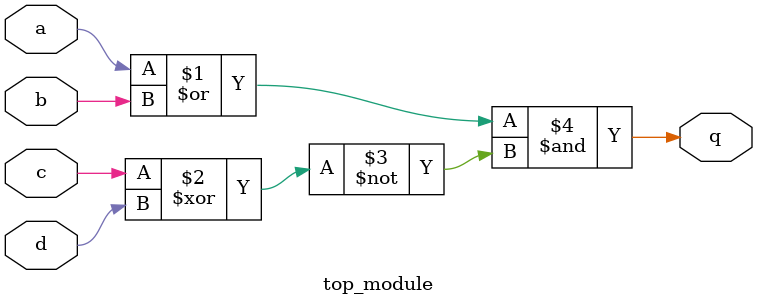
<source format=sv>
module top_module (
    input a,
    input b,
    input c,
    input d,
    output q
);

assign q = (a | b) & ~(c ^ d);

endmodule

</source>
